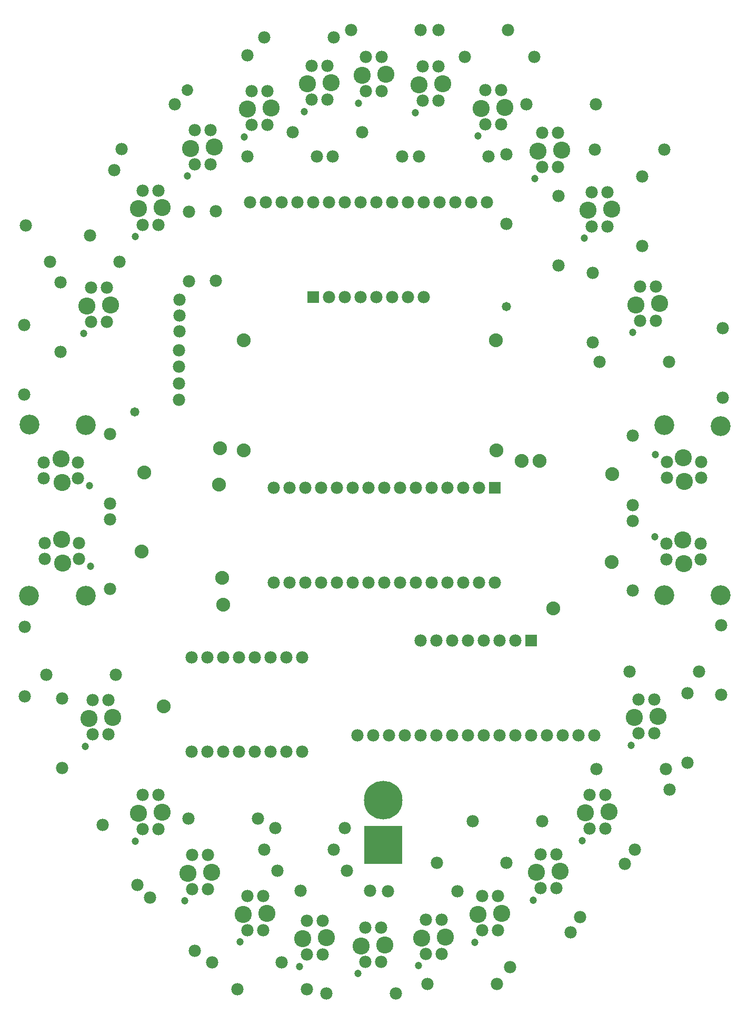
<source format=gbs>
G04*
G04 #@! TF.GenerationSoftware,Altium Limited,Altium Designer,24.8.2 (39)*
G04*
G04 Layer_Color=16711935*
%FSLAX44Y44*%
%MOMM*%
G71*
G04*
G04 #@! TF.SameCoordinates,A64931F2-2A1F-4A1D-9477-064251C997AC*
G04*
G04*
G04 #@! TF.FilePolarity,Negative*
G04*
G01*
G75*
%ADD12C,1.9812*%
%ADD13C,2.7432*%
%ADD14C,1.2032*%
%ADD15C,2.2352*%
%ADD16R,1.9812X1.9812*%
%ADD17C,1.8542*%
%ADD18R,6.2032X6.2032*%
%ADD19C,6.2032*%
%ADD20C,1.4732*%
%ADD21C,3.2032*%
D12*
X3271180Y1782475D02*
D03*
X3356793Y1854313D02*
D03*
X4203260Y1254710D02*
D03*
Y1280110D02*
D03*
X4148260D02*
D03*
Y1254710D02*
D03*
X3972560Y1753870D02*
D03*
X3947160D02*
D03*
Y1808870D02*
D03*
X3972560D02*
D03*
X3870960Y1085850D02*
D03*
X3845560D02*
D03*
X3820160D02*
D03*
X3794760D02*
D03*
X3769360D02*
D03*
X3743960D02*
D03*
X3718560D02*
D03*
X3693160D02*
D03*
X3667760D02*
D03*
X3642360D02*
D03*
X3616960D02*
D03*
X3591560D02*
D03*
X3566160D02*
D03*
X3540760D02*
D03*
X3515360D02*
D03*
Y1238250D02*
D03*
X3540760D02*
D03*
X3566160D02*
D03*
X3591560D02*
D03*
X3616960D02*
D03*
X3642360D02*
D03*
X3667760D02*
D03*
X3693160D02*
D03*
X3718560D02*
D03*
X3743960D02*
D03*
X3769360D02*
D03*
X3794760D02*
D03*
X3820160D02*
D03*
X3845560D02*
D03*
X3409950Y593090D02*
D03*
X3384550D02*
D03*
Y648090D02*
D03*
X3409950D02*
D03*
X3329990Y689220D02*
D03*
X3304590D02*
D03*
Y744220D02*
D03*
X3329990D02*
D03*
X3175000Y899160D02*
D03*
Y787400D02*
D03*
X3249980Y841620D02*
D03*
X3224580D02*
D03*
Y896620D02*
D03*
X3249980D02*
D03*
X3261360Y937260D02*
D03*
X3149600D02*
D03*
X4031673Y840390D02*
D03*
X4006273D02*
D03*
X3955473D02*
D03*
X3980873D02*
D03*
X3930073D02*
D03*
X3650673D02*
D03*
X3904673D02*
D03*
X3879273D02*
D03*
X3853873D02*
D03*
X3828473D02*
D03*
X3803073D02*
D03*
X3777673D02*
D03*
X3752273D02*
D03*
X3726873D02*
D03*
X3701473D02*
D03*
X3676073D02*
D03*
X3904673Y992791D02*
D03*
X3853873D02*
D03*
X3879273D02*
D03*
X3828473D02*
D03*
X3803073D02*
D03*
X3777673D02*
D03*
X3752273D02*
D03*
X4048810Y690050D02*
D03*
X4023410D02*
D03*
Y745050D02*
D03*
X4048810D02*
D03*
X4093210Y1184910D02*
D03*
Y1073150D02*
D03*
X4235450Y905510D02*
D03*
Y1017270D02*
D03*
X3114040Y1499870D02*
D03*
Y1388110D02*
D03*
X3252470Y1212850D02*
D03*
Y1324610D02*
D03*
X3383280Y965200D02*
D03*
X3408680D02*
D03*
X3434080D02*
D03*
X3459480D02*
D03*
X3484880D02*
D03*
X3510280D02*
D03*
X3535680D02*
D03*
X3561080D02*
D03*
X3383280Y814200D02*
D03*
X3408680D02*
D03*
X3434080D02*
D03*
X3459480D02*
D03*
X3484880D02*
D03*
X3510280D02*
D03*
X3535680D02*
D03*
X3561080D02*
D03*
X4202430Y1122680D02*
D03*
Y1148080D02*
D03*
X4147430D02*
D03*
Y1122680D02*
D03*
X3145790Y1278890D02*
D03*
Y1253490D02*
D03*
X3200790D02*
D03*
Y1278890D02*
D03*
X3416300Y474980D02*
D03*
X3528060D02*
D03*
X3477260Y1696720D02*
D03*
X3502660D02*
D03*
X3553460D02*
D03*
X3528060D02*
D03*
X3578860D02*
D03*
X3858260D02*
D03*
X3604260D02*
D03*
X3629660D02*
D03*
X3655060D02*
D03*
X3680460D02*
D03*
X3705860D02*
D03*
X3731260D02*
D03*
X3756660D02*
D03*
X3782060D02*
D03*
X3807460D02*
D03*
X3832860D02*
D03*
X3604260Y1544320D02*
D03*
X3655060D02*
D03*
X3629660D02*
D03*
X3680460D02*
D03*
X3705860D02*
D03*
X3731260D02*
D03*
X3756660D02*
D03*
X3881120Y1822450D02*
D03*
X3855720D02*
D03*
Y1877450D02*
D03*
X3881120D02*
D03*
X3473450Y1932940D02*
D03*
X3252470Y1075690D02*
D03*
Y1187450D02*
D03*
X3267710Y1601470D02*
D03*
X3155950Y1601470D02*
D03*
X3379470Y1681480D02*
D03*
Y1569720D02*
D03*
X3172460Y1568450D02*
D03*
Y1456690D02*
D03*
X3422650Y1682750D02*
D03*
Y1570990D02*
D03*
X3258820Y1748790D02*
D03*
X3220596Y1643770D02*
D03*
X3329940Y1660770D02*
D03*
X3304540D02*
D03*
Y1715770D02*
D03*
X3329940D02*
D03*
X3247390Y1504950D02*
D03*
X3221990D02*
D03*
Y1559950D02*
D03*
X3247390D02*
D03*
X4039870Y1440180D02*
D03*
X4151630D02*
D03*
X3822700Y1930400D02*
D03*
X3934460D02*
D03*
X3500120Y1962150D02*
D03*
X3611880D02*
D03*
X4008672Y548117D02*
D03*
X4080510Y633730D02*
D03*
X3947160Y702310D02*
D03*
X3835400D02*
D03*
X4096248Y656614D02*
D03*
X4152128Y753401D02*
D03*
X4146550Y786130D02*
D03*
X4034790D02*
D03*
X4180840Y796290D02*
D03*
Y908050D02*
D03*
X4199890Y942340D02*
D03*
X4088130D02*
D03*
X4093210Y1210310D02*
D03*
Y1322070D02*
D03*
X4237990Y1494790D02*
D03*
Y1383030D02*
D03*
X4028440Y1471930D02*
D03*
Y1583690D02*
D03*
X3973830Y1595120D02*
D03*
Y1706880D02*
D03*
X4108450Y1626870D02*
D03*
Y1738630D02*
D03*
X3296148Y599464D02*
D03*
X3240268Y696251D02*
D03*
X3489960Y706120D02*
D03*
X3378200D02*
D03*
X3316635Y579460D02*
D03*
X3388473Y493847D02*
D03*
X3629660Y690880D02*
D03*
X3517900D02*
D03*
X3611880Y656590D02*
D03*
X3500120D02*
D03*
X3568700Y431800D02*
D03*
X3456940D02*
D03*
X3712210Y425450D02*
D03*
X3600450D02*
D03*
X3633470Y622300D02*
D03*
X3521710D02*
D03*
X3778250Y635000D02*
D03*
X3890010D02*
D03*
X3763010Y440690D02*
D03*
X3874770D02*
D03*
X3699510Y589280D02*
D03*
X3811270D02*
D03*
X3558540Y590550D02*
D03*
X3670300D02*
D03*
X3992856Y523738D02*
D03*
X3896069Y467858D02*
D03*
X3921760Y1854200D02*
D03*
X4033520D02*
D03*
X4144010Y1781810D02*
D03*
X4032250Y1781810D02*
D03*
X3890010Y1774190D02*
D03*
Y1662430D02*
D03*
X3473450Y1770380D02*
D03*
X3585210D02*
D03*
X3657600Y1809750D02*
D03*
X3545840D02*
D03*
X3751580Y1973580D02*
D03*
X3639820D02*
D03*
X3115310Y902970D02*
D03*
Y1014730D02*
D03*
X3892550Y1973580D02*
D03*
X3780790D02*
D03*
X3749040Y1770380D02*
D03*
X3860800D02*
D03*
X3722370D02*
D03*
X3610610D02*
D03*
X3413810Y1813120D02*
D03*
X3388410D02*
D03*
Y1758120D02*
D03*
X3413810D02*
D03*
X3505200Y1876180D02*
D03*
X3479800D02*
D03*
Y1821180D02*
D03*
X3505200D02*
D03*
X3601720Y1916820D02*
D03*
X3576320D02*
D03*
Y1861820D02*
D03*
X3601720D02*
D03*
X3689400Y1930400D02*
D03*
X3664000D02*
D03*
Y1875400D02*
D03*
X3689400D02*
D03*
X3780840Y1915160D02*
D03*
X3755440D02*
D03*
Y1860160D02*
D03*
X3780840D02*
D03*
X4052620Y1713230D02*
D03*
X4027220D02*
D03*
Y1658230D02*
D03*
X4052620D02*
D03*
X4130090Y1561660D02*
D03*
X4104690D02*
D03*
Y1506660D02*
D03*
X4130090D02*
D03*
X4127500Y898280D02*
D03*
X4102100D02*
D03*
Y843280D02*
D03*
X4127500D02*
D03*
X3970020Y649360D02*
D03*
X3944620D02*
D03*
Y594360D02*
D03*
X3970020D02*
D03*
X3876040Y581660D02*
D03*
X3850640D02*
D03*
Y526660D02*
D03*
X3876040D02*
D03*
X3785870Y543950D02*
D03*
X3760470D02*
D03*
Y488950D02*
D03*
X3785870D02*
D03*
X3688080Y531250D02*
D03*
X3662680D02*
D03*
Y476250D02*
D03*
X3688080D02*
D03*
X3594100Y542680D02*
D03*
X3568700D02*
D03*
Y487680D02*
D03*
X3594100D02*
D03*
X3498850Y582050D02*
D03*
X3473450D02*
D03*
Y527050D02*
D03*
X3498850D02*
D03*
X3147060Y1149350D02*
D03*
Y1123950D02*
D03*
X3202060D02*
D03*
Y1149350D02*
D03*
X3364230Y1489710D02*
D03*
Y1515110D02*
D03*
Y1540510D02*
D03*
X3362960Y1459230D02*
D03*
Y1432560D02*
D03*
Y1405890D02*
D03*
Y1379220D02*
D03*
X3116580Y1659890D02*
D03*
D13*
X4175760Y1248410D02*
D03*
X4174050Y1286510D02*
D03*
X3940760Y1779660D02*
D03*
X3978860Y1781370D02*
D03*
X3378150Y618880D02*
D03*
X3416250Y620590D02*
D03*
X3298190Y715010D02*
D03*
X3336290Y716720D02*
D03*
X3218180Y867410D02*
D03*
X3256280Y869120D02*
D03*
X4017010Y715840D02*
D03*
X4055110Y717550D02*
D03*
X4174930Y1116380D02*
D03*
X4173220Y1154480D02*
D03*
X3173290Y1285190D02*
D03*
X3175000Y1247090D02*
D03*
X3849320Y1848240D02*
D03*
X3887420Y1849950D02*
D03*
X3298140Y1686560D02*
D03*
X3336240Y1688270D02*
D03*
X3215590Y1530740D02*
D03*
X3253690Y1532450D02*
D03*
X3420110Y1785620D02*
D03*
X3382010Y1783910D02*
D03*
X3511500Y1848680D02*
D03*
X3473400Y1846970D02*
D03*
X3608020Y1889320D02*
D03*
X3569920Y1887610D02*
D03*
X3695700Y1902900D02*
D03*
X3657600Y1901190D02*
D03*
X3787140Y1887660D02*
D03*
X3749040Y1885950D02*
D03*
X4058920Y1685730D02*
D03*
X4020820Y1684020D02*
D03*
X4136390Y1534160D02*
D03*
X4098290Y1532450D02*
D03*
X4133800Y870780D02*
D03*
X4095700Y869070D02*
D03*
X3976320Y621860D02*
D03*
X3938220Y620150D02*
D03*
X3882340Y554160D02*
D03*
X3844240Y552450D02*
D03*
X3792170Y516450D02*
D03*
X3754070Y514740D02*
D03*
X3694380Y503750D02*
D03*
X3656280Y502040D02*
D03*
X3600400Y515180D02*
D03*
X3562300Y513470D02*
D03*
X3505150Y554550D02*
D03*
X3467050Y552840D02*
D03*
X3174560Y1155650D02*
D03*
X3176270Y1117550D02*
D03*
D14*
X4129260Y1291910D02*
D03*
X3935360Y1734870D02*
D03*
X3372750Y574090D02*
D03*
X3292790Y670220D02*
D03*
X3212780Y822620D02*
D03*
X4011610Y671050D02*
D03*
X4128430Y1159880D02*
D03*
X3219790Y1241690D02*
D03*
X3843920Y1803450D02*
D03*
X3292740Y1641770D02*
D03*
X3210190Y1485950D02*
D03*
X3376610Y1739120D02*
D03*
X3468000Y1802180D02*
D03*
X3564520Y1842820D02*
D03*
X3652200Y1856400D02*
D03*
X3743640Y1841160D02*
D03*
X4015420Y1639230D02*
D03*
X4092890Y1487660D02*
D03*
X4090300Y824280D02*
D03*
X3932820Y575360D02*
D03*
X3838840Y507660D02*
D03*
X3748670Y469950D02*
D03*
X3650880Y457250D02*
D03*
X3556900Y468680D02*
D03*
X3461650Y508050D02*
D03*
X3221060Y1112150D02*
D03*
D15*
X3434080Y1050290D02*
D03*
X3307080Y1262380D02*
D03*
X3427730Y1243330D02*
D03*
X3338830Y886460D02*
D03*
X3874100Y1297940D02*
D03*
X3467100D02*
D03*
Y1474940D02*
D03*
X3872830D02*
D03*
X3964940Y1043940D02*
D03*
X3429000Y1301750D02*
D03*
X3432810Y1093470D02*
D03*
X3303430Y1136096D02*
D03*
X4058920Y1118870D02*
D03*
X4060190Y1259840D02*
D03*
X3943350Y1281430D02*
D03*
X3914140D02*
D03*
D16*
X3870960Y1238250D02*
D03*
X3930073Y992791D02*
D03*
X3578860Y1544320D02*
D03*
D17*
X3376663Y1877060D02*
D03*
D18*
X3691890Y664210D02*
D03*
D19*
Y736210D02*
D03*
D20*
X3890010Y1529080D02*
D03*
X3291840Y1360170D02*
D03*
D21*
X4234180Y1065530D02*
D03*
X4144010D02*
D03*
X3213100Y1064260D02*
D03*
X3121660D02*
D03*
X3122930Y1339850D02*
D03*
X3213100Y1338580D02*
D03*
X4234180Y1337310D02*
D03*
X4144010Y1338580D02*
D03*
M02*

</source>
